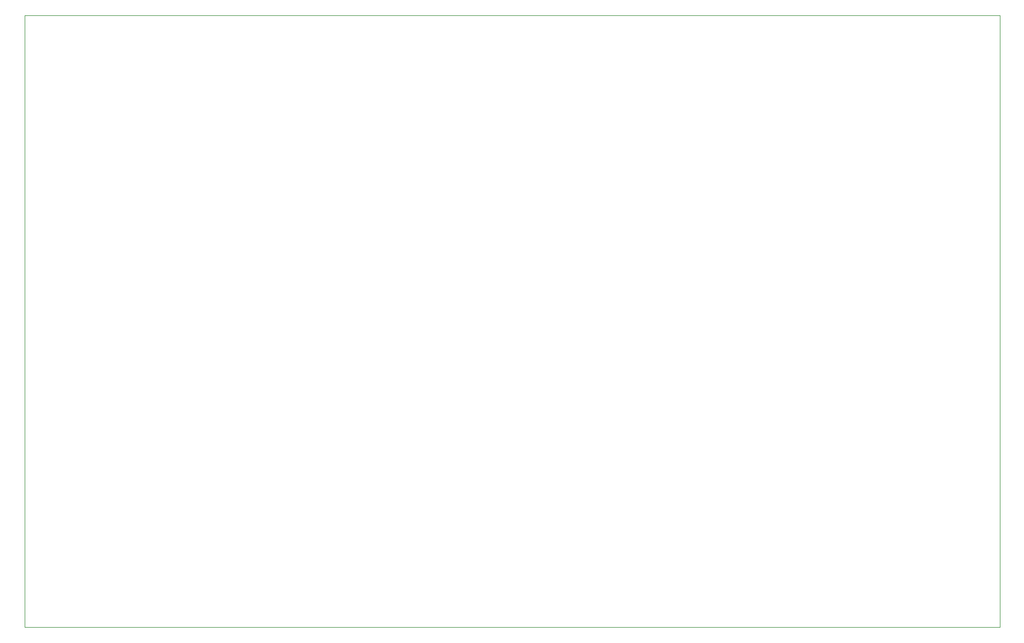
<source format=gbr>
%TF.GenerationSoftware,KiCad,Pcbnew,(6.0.0-0)*%
%TF.CreationDate,2022-09-21T21:39:14-04:00*%
%TF.ProjectId,PEC_Prognostic_Board,5045435f-5072-46f6-976e-6f737469635f,rev?*%
%TF.SameCoordinates,Original*%
%TF.FileFunction,Profile,NP*%
%FSLAX46Y46*%
G04 Gerber Fmt 4.6, Leading zero omitted, Abs format (unit mm)*
G04 Created by KiCad (PCBNEW (6.0.0-0)) date 2022-09-21 21:39:14*
%MOMM*%
%LPD*%
G01*
G04 APERTURE LIST*
%TA.AperFunction,Profile*%
%ADD10C,0.100000*%
%TD*%
G04 APERTURE END LIST*
D10*
X69500000Y-40000000D02*
X220000000Y-40000000D01*
X220000000Y-40000000D02*
X220000000Y-134500000D01*
X220000000Y-134500000D02*
X69500000Y-134500000D01*
X69500000Y-134500000D02*
X69500000Y-40000000D01*
M02*

</source>
